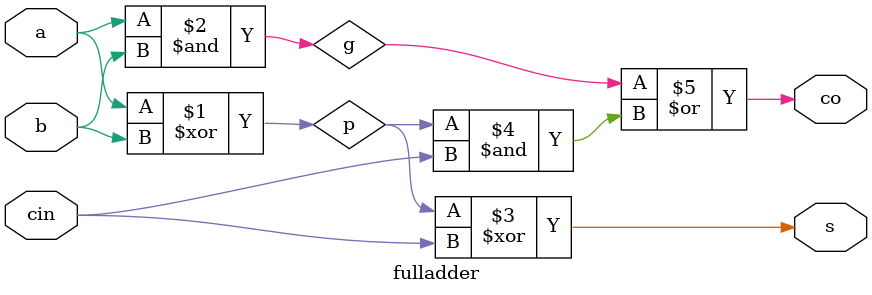
<source format=sv>
module RippleCarryAdder #(parameter int N=16) (
    input logic [N-1:0] A,
    input logic [N-1:0] B,
    input logic Cin,
    output logic [N-1:0] S,
    output logic Cout
);
    logic [N-1:0] C;

    genvar i;
    generate
        for (i = 0; i < N; i++) begin
            if (i == 0)
                fulladder f(.a(A[0]), .b(B[0]), .cin(Cin), .s(S[0]), .co(C[0]));
            else
                fulladder f(.a(A[i]), .b(B[i]), .cin(C[i-1]), .s(S[i]), .co(C[i]));
        end
    endgenerate

    assign Cout = C[N-1];
  
endmodule

module fulladder(
    input logic a, b, cin,
    output logic s, co
);
    logic p, g;

    assign p = a ^ b;
    assign g = a & b;
    assign s = p ^ cin;
    assign co = g | (p & cin);

endmodule

</source>
